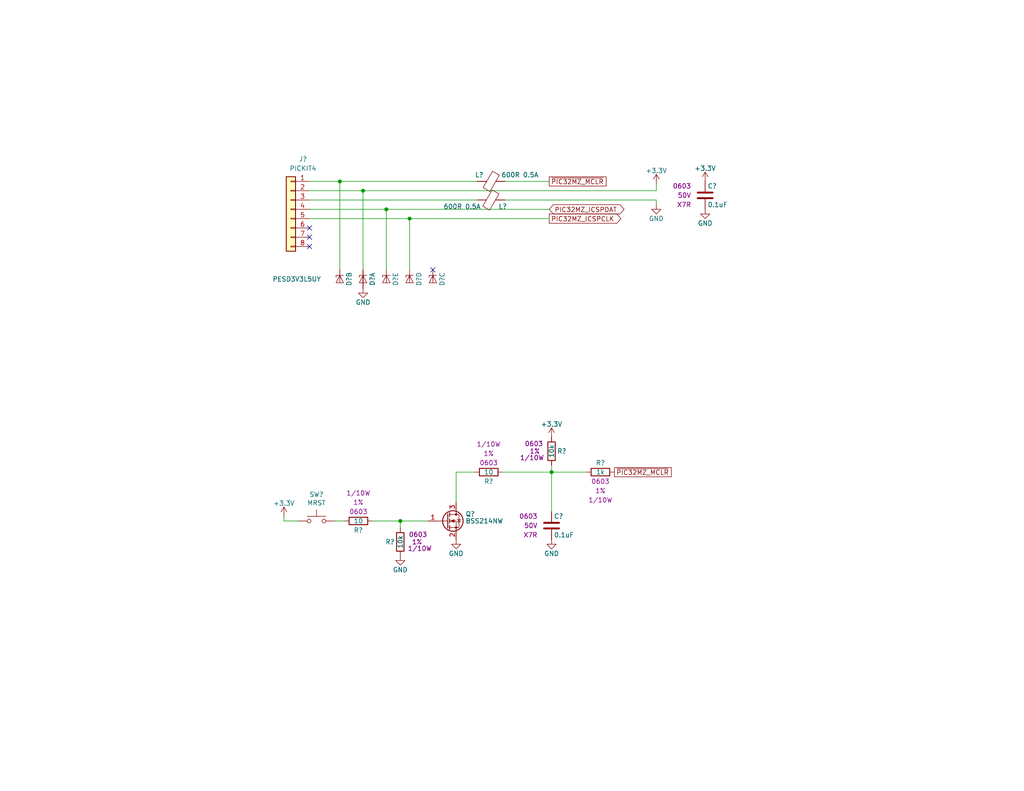
<source format=kicad_sch>
(kicad_sch (version 20230121) (generator eeschema)
  (paper "A")
  (title_block (title "Nixie Clock Redux Core Board") (date "2023-07-30") (rev "B") (company "Drew Maatman"))
  (lib_symbols
    (symbol "Connector_Generic:Conn_01x08" (pin_names (offset 1.016) hide)
      (property "Reference" "J" (at 0 10.16 0))
      (property "Value" "Conn_01x08" (at 0 -12.7 0))
      (symbol "Conn_01x08_1_1"
        (rectangle (start -1.27 -10.033) (end 0 -10.287) (stroke (width 0.1524)))
        (rectangle (start -1.27 -7.493) (end 0 -7.747) (stroke (width 0.1524)))
        (rectangle (start -1.27 -4.953) (end 0 -5.207) (stroke (width 0.1524)))
        (rectangle (start -1.27 -2.413) (end 0 -2.667) (stroke (width 0.1524)))
        (rectangle (start -1.27 0.127) (end 0 -0.127) (stroke (width 0.1524)))
        (rectangle (start -1.27 2.667) (end 0 2.413) (stroke (width 0.1524)))
        (rectangle (start -1.27 5.207) (end 0 4.953) (stroke (width 0.1524)))
        (rectangle (start -1.27 7.747) (end 0 7.493) (stroke (width 0.1524)))
        (rectangle (start -1.27 8.89) (end 1.27 -11.43) (stroke (width 0.254)) (fill (type background)))
        (pin passive line (at -5.08 7.62 0) (length 3.81) (name "Pin_1") (number "1"))
        (pin passive line (at -5.08 5.08 0) (length 3.81) (name "Pin_2") (number "2"))
        (pin passive line (at -5.08 2.54 0) (length 3.81) (name "Pin_3") (number "3"))
        (pin passive line (at -5.08 0 0) (length 3.81) (name "Pin_4") (number "4"))
        (pin passive line (at -5.08 -2.54 0) (length 3.81) (name "Pin_5") (number "5"))
        (pin passive line (at -5.08 -5.08 0) (length 3.81) (name "Pin_6") (number "6"))
        (pin passive line (at -5.08 -7.62 0) (length 3.81) (name "Pin_7") (number "7"))
        (pin passive line (at -5.08 -10.16 0) (length 3.81) (name "Pin_8") (number "8"))
      )
    )
    (symbol "Custom_Library:C_Custom" (pin_numbers hide) (pin_names (offset 0.254))
      (property "Reference" "C" (at 0.635 2.54 0))
      (property "Value" "Custom_Library_C_Custom" (at 0.635 -2.54 0))
      (property "display_footprint" "Foot" (at -3.81 2.54 0))
      (property "Voltage" "V" (at -3.81 0 0))
      (property "Dielectric" "Er" (at -3.81 -2.54 0))
      (symbol "C_Custom_0_1"
        (polyline (pts (xy -2.032 -0.762) (xy 2.032 -0.762)) (stroke (width 0.508)))
        (polyline (pts (xy -2.032 0.762) (xy 2.032 0.762)) (stroke (width 0.508)))
      )
      (symbol "C_Custom_1_1"
        (pin passive line (at 0 3.81 270) (length 2.794) (name "~") (number "1"))
        (pin passive line (at 0 -3.81 90) (length 2.794) (name "~") (number "2"))
      )
    )
    (symbol "Custom_Library:R_Custom" (pin_numbers hide) (pin_names (offset 1.016) hide)
      (property "Reference" "R" (at -2.54 0 90))
      (property "Value" "Custom_Library_R_Custom" (at 0 0 90))
      (property "display_footprint" "Foot" (at 2.54 0 90))
      (property "Tolerance" "Tol" (at 5.08 0 90))
      (property "Wattage" "W" (at 7.62 0 90))
      (symbol "R_Custom_0_1"
        (rectangle (start 1.016 2.54) (end -1.016 -2.54) (stroke (width 0.254)))
      )
      (symbol "R_Custom_1_1"
        (pin passive line (at 0 3.81 270) (length 1.27) (name "1") (number "1"))
        (pin passive line (at 0 -3.81 90) (length 1.27) (name "2") (number "2"))
      )
    )
    (symbol "Device:Ferrite_Bead" (pin_numbers hide) (pin_names (offset 0))
      (property "Reference" "FB" (at -3.81 0.635 90))
      (property "Value" "Device_Ferrite_Bead" (at 3.81 0 90))
      (symbol "Ferrite_Bead_0_1"
        (polyline (pts (xy 0 -1.27) (xy 0 -1.2192)))
        (polyline (pts (xy 0 1.27) (xy 0 1.2954)))
        (polyline (pts (xy -2.7686 0.4064) (xy -1.7018 2.2606) (xy 2.7686 -0.3048) (xy 1.6764 -2.159) (xy -2.7686 0.4064)))
      )
      (symbol "Ferrite_Bead_1_1"
        (pin passive line (at 0 3.81 270) (length 2.54) (name "~") (number "1"))
        (pin passive line (at 0 -3.81 90) (length 2.54) (name "~") (number "2"))
      )
    )
    (symbol "Power_Protection:PESD3V3L5UY" (pin_numbers hide) (pin_names hide)
      (property "Reference" "D" (at 0 2.54 0))
      (property "Value" "PESD3V3L5UY" (at 0 -2.54 0))
      (symbol "PESD3V3L5UY_0_1"
        (polyline (pts (xy -1.016 0) (xy 1.016 0)))
        (polyline (pts (xy -1.016 1.016) (xy -1.016 -1.016) (xy -0.508 -1.016)))
        (polyline (pts (xy 1.016 1.016) (xy -1.016 0) (xy 1.016 -1.016) (xy 1.016 1.016)))
      )
      (symbol "PESD3V3L5UY_1_1"
        (pin passive line (at -2.54 0 0) (length 2.54) (name "K1") (number "1"))
        (pin passive line (at 2.54 0 180) (length 2.54) (name "A") (number "2"))
      )
      (symbol "PESD3V3L5UY_2_1"
        (pin passive line (at -2.54 0 0) (length 2.54) (name "K2") (number "3"))
      )
      (symbol "PESD3V3L5UY_3_1"
        (pin passive line (at -2.54 0 0) (length 2.54) (name "K3") (number "4"))
      )
      (symbol "PESD3V3L5UY_4_1"
        (pin passive line (at -2.54 0 0) (length 2.54) (name "K4") (number "5"))
      )
      (symbol "PESD3V3L5UY_5_1"
        (pin passive line (at -2.54 0 0) (length 2.54) (name "K5") (number "6"))
      )
    )
    (symbol "Switch:SW_Push" (pin_numbers hide) (pin_names (offset 1.016) hide)
      (property "Reference" "SW" (at 1.27 2.54 0))
      (property "Value" "SW_Push" (at 0 -1.524 0))
      (symbol "SW_Push_0_1"
        (circle (center -2.032 0) (radius 0.508))
        (polyline (pts (xy 0 1.27) (xy 0 3.048)))
        (polyline (pts (xy 2.54 1.27) (xy -2.54 1.27)))
        (circle (center 2.032 0) (radius 0.508))
        (pin passive line (at -5.08 0 0) (length 2.54) (name "1") (number "1"))
        (pin passive line (at 5.08 0 180) (length 2.54) (name "2") (number "2"))
      )
    )
    (symbol "Transistor_FET:BSS214NW" (pin_names hide)
      (property "Reference" "Q" (at 5.08 1.905 0))
      (property "Value" "BSS214NW" (at 5.08 0 0))
      (symbol "BSS214NW_0_1"
        (polyline (pts (xy 0.254 0) (xy -2.54 0)))
        (polyline (pts (xy 0.254 1.905) (xy 0.254 -1.905)) (stroke (width 0.254)))
        (polyline (pts (xy 0.762 -1.27) (xy 0.762 -2.286)) (stroke (width 0.254)))
        (polyline (pts (xy 0.762 0.508) (xy 0.762 -0.508)) (stroke (width 0.254)))
        (polyline (pts (xy 0.762 2.286) (xy 0.762 1.27)) (stroke (width 0.254)))
        (polyline (pts (xy 2.54 2.54) (xy 2.54 1.778)))
        (polyline (pts (xy 2.54 -2.54) (xy 2.54 0) (xy 0.762 0)))
        (polyline (pts (xy 0.762 -1.778) (xy 3.302 -1.778) (xy 3.302 1.778) (xy 0.762 1.778)))
        (polyline (pts (xy 1.016 0) (xy 2.032 0.381) (xy 2.032 -0.381) (xy 1.016 0)) (fill (type outline)))
        (polyline (pts (xy 2.794 0.508) (xy 2.921 0.381) (xy 3.683 0.381) (xy 3.81 0.254)))
        (polyline (pts (xy 3.302 0.381) (xy 2.921 -0.254) (xy 3.683 -0.254) (xy 3.302 0.381)))
        (circle (center 1.651 0) (radius 2.794) (stroke (width 0.254)))
        (circle (center 2.54 -1.778) (radius 0.254) (fill (type outline)))
        (circle (center 2.54 1.778) (radius 0.254) (fill (type outline)))
      )
      (symbol "BSS214NW_1_1"
        (pin input line (at -5.08 0 0) (length 2.54) (name "G") (number "1"))
        (pin passive line (at 2.54 -5.08 90) (length 2.54) (name "S") (number "2"))
        (pin passive line (at 2.54 5.08 270) (length 2.54) (name "D") (number "3"))
      )
    )
    (symbol "power:+3.3V" (power) (pin_names (offset 0))
      (property "Value" "+3.3V" (at 0 3.556 0))
      (symbol "+3.3V_0_1"
        (polyline (pts (xy -0.762 1.27) (xy 0 2.54)))
        (polyline (pts (xy 0 0) (xy 0 2.54)))
        (polyline (pts (xy 0 2.54) (xy 0.762 1.27)))
      )
      (symbol "+3.3V_1_1"
        (pin power_in line (at 0 0 90) (length 0) hide (name "+3.3V") (number "1"))
      )
    )
    (symbol "power:GND" (power) (pin_names (offset 0))
      (property "Value" "GND" (at 0 -3.81 0))
      (symbol "GND_0_1"
        (polyline (pts (xy 0 0) (xy 0 -1.27) (xy 1.27 -1.27) (xy 0 -2.54) (xy -1.27 -1.27) (xy 0 -1.27)))
      )
      (symbol "GND_1_1"
        (pin power_in line (at 0 0 270) (length 0) hide (name "GND") (number "1"))
      )
    )
  )
  (junction (at 111.76 59.69))
  (junction (at 105.41 57.15))
  (junction (at 109.22 142.24))
  (junction (at 150.495 128.905))
  (junction (at 92.71 49.53))
  (junction (at 99.06 52.07))
  (no_connect (at 84.455 67.31))
  (no_connect (at 84.455 62.23))
  (no_connect (at 84.455 64.77))
  (no_connect (at 118.11 73.66))
  (wire (pts (xy 150.495 139.7) (xy 150.495 128.905)))
  (wire (pts (xy 160.02 128.905) (xy 150.495 128.905)))
  (wire (pts (xy 93.98 142.24) (xy 91.44 142.24)))
  (wire (pts (xy 116.84 142.24) (xy 109.22 142.24)))
  (wire (pts (xy 77.47 142.24) (xy 81.28 142.24)))
  (wire (pts (xy 111.76 73.66) (xy 111.76 59.69)))
  (wire (pts (xy 149.86 59.69) (xy 111.76 59.69)))
  (wire (pts (xy 105.41 73.66) (xy 105.41 57.15)))
  (wire (pts (xy 130.175 54.61) (xy 84.455 54.61)))
  (wire (pts (xy 77.47 140.97) (xy 77.47 142.24)))
  (wire (pts (xy 109.22 144.145) (xy 109.22 142.24)))
  (wire (pts (xy 105.41 57.15) (xy 149.86 57.15)))
  (wire (pts (xy 124.46 137.16) (xy 124.46 128.905)))
  (wire (pts (xy 150.495 127) (xy 150.495 128.905)))
  (wire (pts (xy 137.16 128.905) (xy 150.495 128.905)))
  (wire (pts (xy 99.06 52.07) (xy 179.07 52.07)))
  (wire (pts (xy 84.455 52.07) (xy 99.06 52.07)))
  (wire (pts (xy 149.86 49.53) (xy 137.795 49.53)))
  (wire (pts (xy 84.455 49.53) (xy 92.71 49.53)))
  (wire (pts (xy 137.795 54.61) (xy 179.07 54.61)))
  (wire (pts (xy 179.07 50.165) (xy 179.07 52.07)))
  (wire (pts (xy 111.76 59.69) (xy 84.455 59.69)))
  (wire (pts (xy 124.46 128.905) (xy 129.54 128.905)))
  (wire (pts (xy 109.22 142.24) (xy 101.6 142.24)))
  (wire (pts (xy 84.455 57.15) (xy 105.41 57.15)))
  (wire (pts (xy 92.71 49.53) (xy 130.175 49.53)))
  (wire (pts (xy 99.06 73.66) (xy 99.06 52.07)))
  (wire (pts (xy 179.07 55.88) (xy 179.07 54.61)))
  (wire (pts (xy 92.71 73.66) (xy 92.71 49.53)))
  (global_label "PIC32MZ_ICSPCLK" (shape output) (at 149.86 59.69 0) (property "Intersheetrefs" "${INTERSHEET_REFS}" (at 169.8805 59.69 0) (effects (justify left))))
  (global_label "~{PIC32MZ_MCLR}" (shape passive) (at 167.64 128.905 0) (property "Intersheetrefs" "${INTERSHEET_REFS}" (at 183.6463 128.905 0) (effects (justify left))))
  (global_label "~{PIC32MZ_MCLR}" (shape passive) (at 149.86 49.53 0) (property "Intersheetrefs" "${INTERSHEET_REFS}" (at 165.8663 49.53 0) (effects (justify left))))
  (global_label "PIC32MZ_ICSPDAT" (shape bidirectional) (at 149.86 57.15 0) (property "Intersheetrefs" "${INTERSHEET_REFS}" (at 170.7499 57.15 0) (effects (justify left))))
  (symbol (lib_id "Switch:SW_Push") (at 86.36 142.24 0) (unit 1)
    (property "Reference" "SW?" (at 86.36 135.001 0))
    (property "Value" "MRST" (at 86.36 137.3124 0))
    (property "Footprint" "Button_Switch_THT:SW_PUSH_6mm" (effects hide))
    (instances (project "Analog_Clock" (path "" (reference "SW?") (unit 1))) (project "Nixie_Clock_Core" (path "" (reference "SW801") (unit 1))))
  )
  (symbol (lib_id "Power_Protection:PESD3V3L5UY") (at 99.06 76.2 270) (unit 1)
    (property "Reference" "D?" (at 101.6 76.2 0))
    (property "Value" "PESD3V3L5UY" (at 87.63 76.2 90) (effects (justify right)))
    (property "Footprint" "Package_TO_SOT_SMD:SOT-363_SC-70-6" (effects hide))
    (property "Datasheet" "https://assets.nexperia.com/documents/data-sheet/PESDXL5UF_V_Y.pdf" (effects hide))
    (property "Digi-Key PN" "1727-3828-1-ND" (effects hide))
    (instances (project "Analog_Clock" (path "" (reference "D?") (unit 1))) (project "Nixie_Clock_Core" (path "" (reference "D801") (unit 1))))
  )
  (symbol (lib_id "Device:Ferrite_Bead") (at 133.985 49.53 270) (unit 1)
    (property "Reference" "L?" (at 131.953 47.752 90) (effects (justify right)))
    (property "Value" "600R 0.5A" (at 136.779 47.752 90) (effects (justify left)))
    (property "Footprint" "Inductors_SMD:L_0603" (effects hide))
    (property "Digi-Key PN" "490-1014-1-ND" (effects hide))
    (instances (project "Analog_Clock" (path "" (reference "L?") (unit 1)) (path "" (reference "L?") (unit 1)) (path "" (reference "L?") (unit 1)) (path "" (reference "L?") (unit 1)) (path "" (reference "L?") (unit 1)) (path "" (reference "L?") (unit 1))) (project "Nixie_Clock_Core" (path "" (reference "L801") (unit 1))))
  )
  (symbol (lib_id "Power_Protection:PESD3V3L5UY") (at 118.11 76.2 270) (unit 3)
    (property "Reference" "D?" (at 120.65 76.2 0))
    (property "Value" "PESD3V3L5UY" (effects hide))
    (property "Footprint" "Package_TO_SOT_SMD:SOT-363_SC-70-6" (effects hide))
    (property "Datasheet" "https://assets.nexperia.com/documents/data-sheet/PESDXL5UF_V_Y.pdf" (effects hide))
    (property "Digi-Key PN" "1727-3828-1-ND" (effects hide))
    (instances (project "Analog_Clock" (path "" (reference "D?") (unit 3))) (project "Nixie_Clock_Core" (path "" (reference "D801") (unit 3))))
  )
  (symbol (lib_id "Power_Protection:PESD3V3L5UY") (at 105.41 76.2 270) (unit 5)
    (property "Reference" "D?" (at 107.95 76.2 0))
    (property "Value" "PESD3V3L5UY" (effects hide))
    (property "Footprint" "Package_TO_SOT_SMD:SOT-363_SC-70-6" (effects hide))
    (property "Datasheet" "https://assets.nexperia.com/documents/data-sheet/PESDXL5UF_V_Y.pdf" (effects hide))
    (property "Digi-Key PN" "1727-3828-1-ND" (effects hide))
    (instances (project "Analog_Clock" (path "" (reference "D?") (unit 5))) (project "Nixie_Clock_Core" (path "" (reference "D801") (unit 5))))
  )
  (symbol (lib_id "power:GND") (at 192.405 57.15 0) (unit 1)
    (property "Reference" "#PWR?" (effects hide))
    (property "Value" "GND" (at 192.405 60.96 0))
    (instances (project "Analog_Clock" (path "" (reference "#PWR?") (unit 1))) (project "Nixie_Clock_Core" (path "" (reference "#PWR0810") (unit 1))))
  )
  (symbol (lib_id "Power_Protection:PESD3V3L5UY") (at 92.71 76.2 270) (unit 2)
    (property "Reference" "D?" (at 95.25 76.2 0))
    (property "Value" "PESD3V3L5UY" (effects hide))
    (property "Footprint" "Package_TO_SOT_SMD:SOT-363_SC-70-6" (effects hide))
    (property "Datasheet" "https://assets.nexperia.com/documents/data-sheet/PESDXL5UF_V_Y.pdf" (effects hide))
    (property "Digi-Key PN" "1727-3828-1-ND" (effects hide))
    (instances (project "Analog_Clock" (path "" (reference "D?") (unit 2))) (project "Nixie_Clock_Core" (path "" (reference "D801") (unit 2))))
  )
  (symbol (lib_id "power:GND") (at 179.07 55.88 0) (mirror y) (unit 1)
    (property "Reference" "#PWR?" (effects hide))
    (property "Value" "GND" (at 179.07 59.69 0))
    (instances (project "Analog_Clock" (path "" (reference "#PWR?") (unit 1))) (project "Nixie_Clock_Core" (path "" (reference "#PWR0808") (unit 1))))
  )
  (symbol (lib_id "Power_Protection:PESD3V3L5UY") (at 111.76 76.2 270) (unit 4)
    (property "Reference" "D?" (at 114.3 76.2 0))
    (property "Value" "PESD3V3L5UY" (effects hide))
    (property "Footprint" "Package_TO_SOT_SMD:SOT-363_SC-70-6" (effects hide))
    (property "Datasheet" "https://assets.nexperia.com/documents/data-sheet/PESDXL5UF_V_Y.pdf" (effects hide))
    (property "Digi-Key PN" "1727-3828-1-ND" (effects hide))
    (instances (project "Analog_Clock" (path "" (reference "D?") (unit 4))) (project "Nixie_Clock_Core" (path "" (reference "D801") (unit 4))))
  )
  (symbol (lib_id "power:GND") (at 124.46 147.32 0) (unit 1)
    (property "Reference" "#PWR?" (effects hide))
    (property "Value" "GND" (at 124.46 151.13 0))
    (instances (project "Analog_Clock" (path "" (reference "#PWR?") (unit 1))) (project "Nixie_Clock_Core" (path "" (reference "#PWR0804") (unit 1))))
  )
  (symbol (lib_id "Connector_Generic:Conn_01x08") (at 79.375 57.15 0) (mirror y) (unit 1)
    (property "Reference" "J?" (at 82.677 43.434 0))
    (property "Value" "PICKIT4" (at 82.677 45.974 0))
    (property "Footprint" "Custom Footprints Library:PICKIT4_Header" (effects hide))
    (instances (project "Analog_Clock" (path "" (reference "J?") (unit 1))) (project "Nixie_Clock_Core" (path "" (reference "J801") (unit 1))))
  )
  (symbol (lib_id "Custom_Library:C_Custom") (at 150.495 143.51 0) (unit 1)
    (property "Reference" "C?" (at 151.13 140.97 0) (effects (justify left)))
    (property "Value" "0.1uF" (at 151.13 146.05 0) (effects (justify left)))
    (property "Footprint" "Capacitors_SMD:C_0603" (effects hide))
    (property "display_footprint" "0603" (at 146.685 140.97 0) (effects (justify right)))
    (property "Voltage" "50V" (at 146.685 143.51 0) (effects (justify right)))
    (property "Dielectric" "X7R" (at 146.685 146.05 0) (effects (justify right)))
    (property "Digi-Key PN" "1276-1935-1-ND" (effects hide))
    (instances (project "Analog_Clock" (path "" (reference "C?") (unit 1))) (project "Nixie_Clock_Core" (path "" (reference "C801") (unit 1))))
  )
  (symbol (lib_id "Transistor_FET:BSS214NW") (at 121.92 142.24 0) (unit 1)
    (property "Reference" "Q?" (at 127 140.335 0) (effects (justify left)))
    (property "Value" "BSS214NW" (at 127 142.24 0) (effects (justify left)))
    (property "Footprint" "Package_TO_SOT_SMD:SOT-323_SC-70" (effects hide))
    (property "Datasheet" "https://www.infineon.com/dgdl/Infineon-BSS214NW-DS-v02_02-en.pdf?fileId=db3a30431b3e89eb011b695aebc01bde" (effects hide))
    (property "Digi-Key PN" "BSS214NWH6327XTSA1CT-ND" (effects hide))
    (instances (project "Analog_Clock" (path "" (reference "Q?") (unit 1))) (project "Nixie_Clock_Core" (path "" (reference "Q801") (unit 1))))
  )
  (symbol (lib_id "power:+3.3V") (at 150.495 119.38 0) (unit 1)
    (property "Reference" "#PWR?" (effects hide))
    (property "Value" "+3.3V" (at 150.495 115.824 0))
    (instances (project "Analog_Clock" (path "" (reference "#PWR?") (unit 1))) (project "Nixie_Clock_Core" (path "" (reference "#PWR0805") (unit 1))))
  )
  (symbol (lib_id "Custom_Library:C_Custom") (at 192.405 53.34 0) (unit 1)
    (property "Reference" "C?" (at 193.04 50.8 0) (effects (justify left)))
    (property "Value" "0.1uF" (at 193.04 55.88 0) (effects (justify left)))
    (property "Footprint" "Capacitors_SMD:C_0603" (effects hide))
    (property "display_footprint" "0603" (at 188.595 50.8 0) (effects (justify right)))
    (property "Voltage" "50V" (at 188.595 53.34 0) (effects (justify right)))
    (property "Dielectric" "X7R" (at 188.595 55.88 0) (effects (justify right)))
    (property "Digi-Key PN" "1276-1935-1-ND" (effects hide))
    (instances (project "Analog_Clock" (path "" (reference "C?") (unit 1))) (project "Nixie_Clock_Core" (path "" (reference "C802") (unit 1))))
  )
  (symbol (lib_id "power:GND") (at 109.22 151.765 0) (unit 1)
    (property "Reference" "#PWR?" (effects hide))
    (property "Value" "GND" (at 109.22 155.575 0))
    (instances (project "Analog_Clock" (path "" (reference "#PWR?") (unit 1))) (project "Nixie_Clock_Core" (path "" (reference "#PWR0803") (unit 1))))
  )
  (symbol (lib_id "Custom_Library:R_Custom") (at 163.83 128.905 270) (unit 1)
    (property "Reference" "R?" (at 163.83 126.365 90))
    (property "Value" "1k" (at 163.83 128.905 90))
    (property "Footprint" "Resistors_SMD:R_0603" (effects hide))
    (property "display_footprint" "0603" (at 163.83 131.445 90))
    (property "Tolerance" "1%" (at 163.83 133.985 90))
    (property "Wattage" "1/10W" (at 163.83 136.525 90))
    (property "Digi-Key PN" "541-1.00KHCT-ND" (effects hide))
    (instances (project "Analog_Clock" (path "" (reference "R?") (unit 1))) (project "Nixie_Clock_Core" (path "" (reference "R805") (unit 1))))
  )
  (symbol (lib_id "Custom_Library:R_Custom") (at 97.79 142.24 90) (unit 1)
    (property "Reference" "R?" (at 97.79 144.78 90))
    (property "Value" "10" (at 97.79 142.24 90))
    (property "Footprint" "Resistors_SMD:R_0603" (effects hide))
    (property "display_footprint" "0603" (at 97.79 139.7 90))
    (property "Tolerance" "1%" (at 97.79 137.16 90))
    (property "Wattage" "1/10W" (at 97.79 134.62 90))
    (property "Digi-Key PN" "541-10.0HCT-ND" (effects hide))
    (instances (project "Analog_Clock" (path "" (reference "R?") (unit 1))) (project "Nixie_Clock_Core" (path "" (reference "R801") (unit 1))))
  )
  (symbol (lib_id "Custom_Library:R_Custom") (at 150.495 123.19 0) (mirror y) (unit 1)
    (property "Reference" "R?" (at 152.019 123.19 0) (effects (justify right)))
    (property "Value" "10k" (at 150.495 123.19 90))
    (property "Footprint" "Resistors_SMD:R_0603" (effects hide))
    (property "display_footprint" "0603" (at 145.669 121.158 0))
    (property "Tolerance" "1%" (at 145.923 123.19 0))
    (property "Wattage" "1/10W" (at 145.161 124.968 0))
    (property "Digi-Key PN" "541-10.0KHCT-ND" (effects hide))
    (instances (project "Analog_Clock" (path "" (reference "R?") (unit 1)) (path "" (reference "R?") (unit 1)) (path "" (reference "R?") (unit 1)) (path "" (reference "R?") (unit 1)) (path "" (reference "R?") (unit 1)) (path "" (reference "R?") (unit 1)) (path "" (reference "R?") (unit 1)) (path "" (reference "R?") (unit 1))) (project "Nixie_Clock_Core" (path "" (reference "R804") (unit 1))))
  )
  (symbol (lib_id "Device:Ferrite_Bead") (at 133.985 54.61 90) (unit 1)
    (property "Reference" "L?" (at 136.017 56.388 90) (effects (justify right)))
    (property "Value" "600R 0.5A" (at 131.191 56.388 90) (effects (justify left)))
    (property "Footprint" "Inductors_SMD:L_0603" (effects hide))
    (property "Digi-Key PN" "490-1014-1-ND" (effects hide))
    (instances (project "Analog_Clock" (path "" (reference "L?") (unit 1)) (path "" (reference "L?") (unit 1)) (path "" (reference "L?") (unit 1)) (path "" (reference "L?") (unit 1)) (path "" (reference "L?") (unit 1)) (path "" (reference "L?") (unit 1))) (project "Nixie_Clock_Core" (path "" (reference "L802") (unit 1))))
  )
  (symbol (lib_id "power:+3.3V") (at 77.47 140.97 0) (unit 1)
    (property "Reference" "#PWR?" (effects hide))
    (property "Value" "+3.3V" (at 77.47 137.414 0))
    (instances (project "Analog_Clock" (path "" (reference "#PWR?") (unit 1))) (project "Nixie_Clock_Core" (path "" (reference "#PWR0801") (unit 1))))
  )
  (symbol (lib_id "power:+3.3V") (at 192.405 49.53 0) (unit 1)
    (property "Reference" "#PWR?" (effects hide))
    (property "Value" "+3.3V" (at 192.405 45.974 0))
    (instances (project "Analog_Clock" (path "" (reference "#PWR?") (unit 1))) (project "Nixie_Clock_Core" (path "" (reference "#PWR0809") (unit 1))))
  )
  (symbol (lib_id "Custom_Library:R_Custom") (at 133.35 128.905 90) (unit 1)
    (property "Reference" "R?" (at 133.35 131.445 90))
    (property "Value" "10" (at 133.35 128.905 90))
    (property "Footprint" "Resistors_SMD:R_0603" (effects hide))
    (property "display_footprint" "0603" (at 133.35 126.365 90))
    (property "Tolerance" "1%" (at 133.35 123.825 90))
    (property "Wattage" "1/10W" (at 133.35 121.285 90))
    (property "Digi-Key PN" "541-10.0HCT-ND" (effects hide))
    (instances (project "Analog_Clock" (path "" (reference "R?") (unit 1))) (project "Nixie_Clock_Core" (path "" (reference "R803") (unit 1))))
  )
  (symbol (lib_id "power:GND") (at 150.495 147.32 0) (unit 1)
    (property "Reference" "#PWR?" (effects hide))
    (property "Value" "GND" (at 150.495 151.13 0))
    (instances (project "Analog_Clock" (path "" (reference "#PWR?") (unit 1))) (project "Nixie_Clock_Core" (path "" (reference "#PWR0806") (unit 1))))
  )
  (symbol (lib_id "power:+3.3V") (at 179.07 50.165 0) (unit 1)
    (property "Reference" "#PWR?" (effects hide))
    (property "Value" "+3.3V" (at 179.07 46.609 0))
    (instances (project "Analog_Clock" (path "" (reference "#PWR?") (unit 1))) (project "Nixie_Clock_Core" (path "" (reference "#PWR0807") (unit 1))))
  )
  (symbol (lib_id "power:GND") (at 99.06 78.74 0) (mirror y) (unit 1)
    (property "Reference" "#PWR?" (effects hide))
    (property "Value" "GND" (at 99.06 82.55 0))
    (instances (project "Analog_Clock" (path "" (reference "#PWR?") (unit 1))) (project "Nixie_Clock_Core" (path "" (reference "#PWR0802") (unit 1))))
  )
  (symbol (lib_id "Custom_Library:R_Custom") (at 109.22 147.955 0) (unit 1)
    (property "Reference" "R?" (at 107.696 147.955 0) (effects (justify right)))
    (property "Value" "10k" (at 109.22 147.955 90))
    (property "Footprint" "Resistors_SMD:R_0603" (effects hide))
    (property "display_footprint" "0603" (at 114.046 145.923 0))
    (property "Tolerance" "1%" (at 113.792 147.955 0))
    (property "Wattage" "1/10W" (at 114.554 149.733 0))
    (property "Digi-Key PN" "541-10.0KHCT-ND" (effects hide))
    (instances (project "Analog_Clock" (path "" (reference "R?") (unit 1)) (path "" (reference "R?") (unit 1)) (path "" (reference "R?") (unit 1)) (path "" (reference "R?") (unit 1)) (path "" (reference "R?") (unit 1)) (path "" (reference "R?") (unit 1)) (path "" (reference "R?") (unit 1)) (path "" (reference "R?") (unit 1)) (path "" (reference "R?") (unit 1))) (project "Nixie_Clock_Core" (path "" (reference "R802") (unit 1))))
  )
)
</source>
